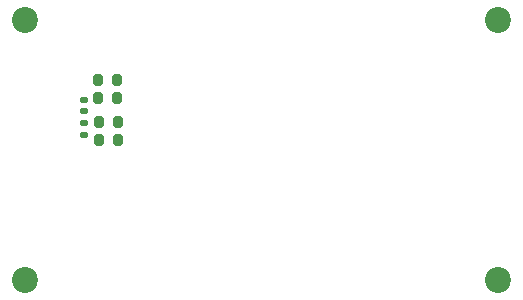
<source format=gbr>
%TF.GenerationSoftware,KiCad,Pcbnew,8.0.7*%
%TF.CreationDate,2024-12-18T22:04:57+01:00*%
%TF.ProjectId,Xplore ERC IMU,58706c6f-7265-4204-9552-4320494d552e,rev?*%
%TF.SameCoordinates,Original*%
%TF.FileFunction,Soldermask,Bot*%
%TF.FilePolarity,Negative*%
%FSLAX46Y46*%
G04 Gerber Fmt 4.6, Leading zero omitted, Abs format (unit mm)*
G04 Created by KiCad (PCBNEW 8.0.7) date 2024-12-18 22:04:57*
%MOMM*%
%LPD*%
G01*
G04 APERTURE LIST*
G04 Aperture macros list*
%AMRoundRect*
0 Rectangle with rounded corners*
0 $1 Rounding radius*
0 $2 $3 $4 $5 $6 $7 $8 $9 X,Y pos of 4 corners*
0 Add a 4 corners polygon primitive as box body*
4,1,4,$2,$3,$4,$5,$6,$7,$8,$9,$2,$3,0*
0 Add four circle primitives for the rounded corners*
1,1,$1+$1,$2,$3*
1,1,$1+$1,$4,$5*
1,1,$1+$1,$6,$7*
1,1,$1+$1,$8,$9*
0 Add four rect primitives between the rounded corners*
20,1,$1+$1,$2,$3,$4,$5,0*
20,1,$1+$1,$4,$5,$6,$7,0*
20,1,$1+$1,$6,$7,$8,$9,0*
20,1,$1+$1,$8,$9,$2,$3,0*%
G04 Aperture macros list end*
%ADD10C,2.200000*%
%ADD11RoundRect,0.200000X0.200000X0.275000X-0.200000X0.275000X-0.200000X-0.275000X0.200000X-0.275000X0*%
%ADD12RoundRect,0.140000X0.170000X-0.140000X0.170000X0.140000X-0.170000X0.140000X-0.170000X-0.140000X0*%
%ADD13RoundRect,0.140000X-0.170000X0.140000X-0.170000X-0.140000X0.170000X-0.140000X0.170000X0.140000X0*%
%ADD14RoundRect,0.200000X-0.200000X-0.275000X0.200000X-0.275000X0.200000X0.275000X-0.200000X0.275000X0*%
G04 APERTURE END LIST*
D10*
%TO.C,H2*%
X161500000Y-115500000D03*
%TD*%
%TO.C,H1*%
X161500000Y-93500000D03*
%TD*%
%TO.C,H4*%
X121500000Y-115500000D03*
%TD*%
%TO.C,H3*%
X121500000Y-93500000D03*
%TD*%
D11*
%TO.C,R7*%
X129257443Y-98619464D03*
X127607443Y-98619464D03*
%TD*%
%TO.C,R4*%
X129257443Y-100119464D03*
X127607443Y-100119464D03*
%TD*%
D12*
%TO.C,C8*%
X126425000Y-103210000D03*
X126425000Y-102250000D03*
%TD*%
D13*
%TO.C,C9*%
X126425000Y-100270000D03*
X126425000Y-101230000D03*
%TD*%
D11*
%TO.C,R1*%
X129354008Y-102148377D03*
X127704008Y-102148377D03*
%TD*%
D14*
%TO.C,R3*%
X127686622Y-103642080D03*
X129336622Y-103642080D03*
%TD*%
M02*

</source>
